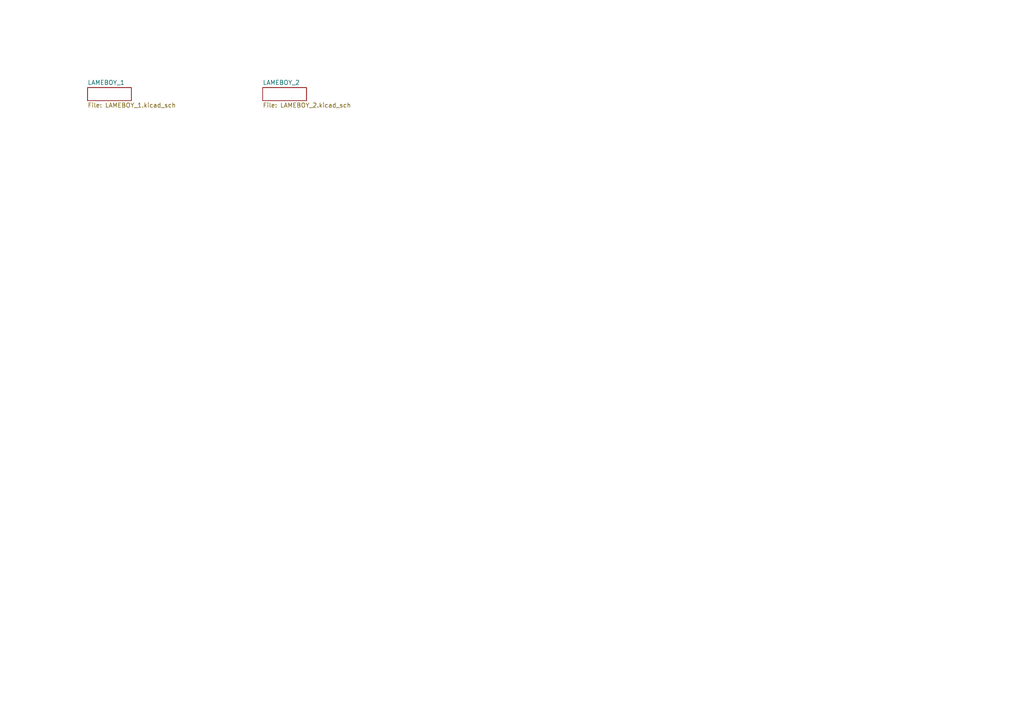
<source format=kicad_sch>
(kicad_sch
	(version 20231120)
	(generator "eeschema")
	(generator_version "8.0")
	(uuid "d3b82d18-23a3-478c-8362-291c1f275fce")
	(paper "A4")
	(lib_symbols)
	(sheet
		(at 76.2 25.4)
		(size 12.7 3.81)
		(fields_autoplaced yes)
		(stroke
			(width 0)
			(type solid)
		)
		(fill
			(color 0 0 0 0.0000)
		)
		(uuid "076f7576-f947-4fb3-90c8-0f0ab01a725c")
		(property "Sheetname" "LAMEBOY_2"
			(at 76.2 24.6884 0)
			(effects
				(font
					(size 1.27 1.27)
				)
				(justify left bottom)
			)
		)
		(property "Sheetfile" "LAMEBOY_2.kicad_sch"
			(at 76.2 29.7946 0)
			(effects
				(font
					(size 1.27 1.27)
				)
				(justify left top)
			)
		)
		(instances
			(project "LAMEBOY"
				(path "/d3b82d18-23a3-478c-8362-291c1f275fce"
					(page "2")
				)
			)
		)
	)
	(sheet
		(at 25.4 25.4)
		(size 12.7 3.81)
		(fields_autoplaced yes)
		(stroke
			(width 0)
			(type solid)
		)
		(fill
			(color 0 0 0 0.0000)
		)
		(uuid "fc58a433-d377-463e-9c7e-7c1369877833")
		(property "Sheetname" "LAMEBOY_1"
			(at 25.4 24.6884 0)
			(effects
				(font
					(size 1.27 1.27)
				)
				(justify left bottom)
			)
		)
		(property "Sheetfile" "LAMEBOY_1.kicad_sch"
			(at 25.4 29.7946 0)
			(effects
				(font
					(size 1.27 1.27)
				)
				(justify left top)
			)
		)
		(instances
			(project "LAMEBOY"
				(path "/d3b82d18-23a3-478c-8362-291c1f275fce"
					(page "1")
				)
			)
		)
	)
	(sheet_instances
		(path "/"
			(page "1")
		)
	)
)

</source>
